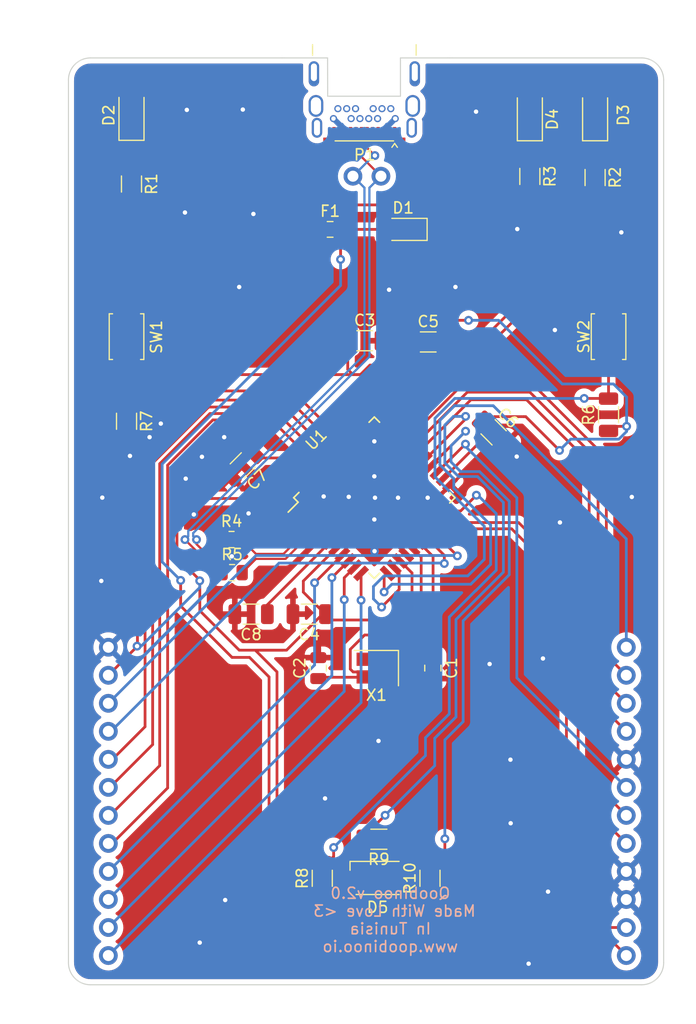
<source format=kicad_pcb>
(kicad_pcb (version 20211014) (generator pcbnew)
  (layers (0 "F.Cu" signal) (31 "B.Cu" signal) (34 "B.Paste" user) (35 "F.Paste" user) (36 "B.SilkS" user "B.Silkscreen") (37 "F.SilkS" user "F.Silkscreen") (38 "B.Mask" user) (39 "F.Mask" user) (44 "Edge.Cuts" user))
  (net 0 "")
  (net 1 "Net-(C1-Pad1)")
  (net 2 "GND")
  (net 3 "Net-(C2-Pad1)")
  (net 4 "VCC")
  (net 5 "Net-(C7-Pad1)")
  (net 6 "Net-(C8-Pad1)")
  (net 7 "/RAW")
  (net 8 "Net-(D2-Pad1)")
  (net 9 "/PC6")
  (net 10 "/PC7")
  (net 11 "Net-(D5-Pad1)")
  (net 12 "Net-(D5-Pad2)")
  (net 13 "Net-(D5-Pad3)")
  (net 14 "Net-(F1-Pad1)")
  (net 15 "/D+")
  (net 16 "/D-")
  (net 17 "/SCL")
  (net 18 "/SDA")
  (net 19 "/A3")
  (net 20 "/A2")
  (net 21 "/A1")
  (net 22 "/A0")
  (net 23 "/SS")
  (net 24 "/SCK")
  (net 25 "/MOSI")
  (net 26 "/MISO")
  (net 27 "/PB7")
  (net 28 "/PB6")
  (net 29 "/PB5")
  (net 30 "/PB4")
  (net 32 "/PD4")
  (net 33 "/RX")
  (net 34 "/TX")
  (net 35 "/PD-")
  (net 36 "/PD+")
  (net 37 "/RESET")
  (net 38 "/USER_B")
  (net 39 "/LED_R")
  (net 40 "/LED_G")
  (net 41 "/LED_B")
  (net 43 "Net-(D3-Pad1)")
  (net 44 "Net-(D4-Pad1)")
  (footprint "Button_Switch_SMD:SW_Push_SPST_NO_Alps_SKRK" (layer "F.Cu") (at 128.65 77.26 -90)
    (fp_text reference "SW1")
    (fp_text value "SW_Push")
  )
  (footprint "Capacitor_SMD:C_0805_2012Metric" (layer "F.Cu") (at 156.44 107.3 -90)
    (fp_text reference "C1")
    (fp_text value "22p")
  )
  (footprint "Capacitor_SMD:C_1206_3216Metric" (layer "F.Cu") (at 156.02 77.74)
    (fp_text reference "C5")
    (fp_text value "0u1")
  )
  (footprint "Capacitor_SMD:C_1206_3216Metric" (layer "F.Cu") (at 150.26 77.63)
    (fp_text reference "C3")
    (fp_text value "0u1")
  )
  (footprint "Resistor_SMD:R_1206_3216Metric" (layer "F.Cu") (at 151.5425 122.81 180)
    (fp_text reference "R9")
    (fp_text value "100")
  )
  (footprint "LED_SMD:LED_1206_3216Metric" (layer "F.Cu") (at 129.1 57.1825 90)
    (fp_text reference "D2")
    (fp_text value "Power_Led")
  )
  (footprint "Resistor_SMD:R_0805_2012Metric" (layer "F.Cu") (at 138.1775 95.65)
    (fp_text reference "R4")
    (fp_text value "22")
  )
  (footprint "Capacitor_SMD:C_1206_3216Metric" (layer "F.Cu") (at 161.951751 85.931751 -45)
    (fp_text reference "C6")
    (fp_text value "0u1")
  )
  (footprint "Pin:Pins_x12" (layer "F.Cu") (at 127 105.41)
    (fp_text reference "J3" hide)
    (fp_text value "Conn_01x12" hide)
  )
  (footprint "Resistor_SMD:R_1206_3216Metric" (layer "F.Cu") (at 165.24 62.74 -90)
    (fp_text reference "R3")
    (fp_text value "220")
  )
  (footprint "Button_Switch_SMD:SW_Push_SPST_NO_Alps_SKRK" (layer "F.Cu") (at 172.38 77.26 90)
    (fp_text reference "SW2")
    (fp_text value "SW_Push")
  )
  (footprint "Resistor_SMD:R_1206_3216Metric" (layer "F.Cu") (at 146.407522 126.35 90)
    (fp_text reference "R8")
    (fp_text value "180")
  )
  (footprint "Resistor_SMD:R_1206_3216Metric" (layer "F.Cu") (at 172.38 84.34 90)
    (fp_text reference "R6")
    (fp_text value "10K")
  )
  (footprint "Resistor_SMD:R_1206_3216Metric" (layer "F.Cu") (at 128.65 84.93 -90)
    (fp_text reference "R7")
    (fp_text value "10K")
  )
  (footprint "LED_SMD:LED_1206_3216Metric" (layer "F.Cu") (at 165.24 57.2225 90)
    (fp_text reference "D4")
    (fp_text value "Green_Led")
  )
  (footprint "Resistor_SMD:R_0805_2012Metric" (layer "F.Cu") (at 138.2275 98.65)
    (fp_text reference "R5")
    (fp_text value "22")
  )
  (footprint "Capacitor_SMD:C_1206_3216Metric" (layer "F.Cu") (at 139.95 102.41 180)
    (fp_text reference "C8")
    (fp_text value "1u")
  )
  (footprint "Resistor_SMD:R_1206_3216Metric" (layer "F.Cu") (at 156.18 126.35 90)
    (fp_text reference "R10")
    (fp_text value "100")
  )
  (footprint "Crystal:Crystal_SMD_SeikoEpson_FA238-4Pin_3.2x2.5mm" (layer "F.Cu") (at 151.32 107.3 180)
    (fp_text reference "X1")
    (fp_text value "16MHz")
  )
  (footprint "Resistor_SMD:R_1206_3216Metric" (layer "F.Cu") (at 171.16 62.84 -90)
    (fp_text reference "R2")
    (fp_text value "220")
  )
  (footprint "Capacitor_SMD:C_1206_3216Metric" (layer "F.Cu") (at 139.201751 88.928249 -135)
    (fp_text reference "C7")
    (fp_text value "0u1")
  )
  (footprint "Package_QFP:TQFP-44-1EP_10x10mm_P0.8mm_EP4.5x4.5mm" (layer "F.Cu") (at 151.13 91.85868 45)
    (fp_text reference "U1")
    (fp_text value "ATmega32U4-M")
  )
  (footprint "Pin:Pins_x12" (layer "F.Cu") (at 173.99 105.41)
    (fp_text reference "J4" hide)
    (fp_text value "Conn_01x12" hide)
  )
  (footprint "LED_SMD:LED_1206_3216Metric" (layer "F.Cu") (at 171.16 57.2225 90)
    (fp_text reference "D3")
    (fp_text value "Yellow_Led")
  )
  (footprint "Diode_SMD:D_PowerDI-123" (layer "F.Cu") (at 153.72 67.54 180)
    (fp_text reference "D1")
    (fp_text value "D_Schottky")
  )
  (footprint "Resistor_SMD:R_1206_3216Metric" (layer "F.Cu") (at 129.1 63.4275 -90)
    (fp_text reference "R1")
    (fp_text value "220")
  )
  (footprint "Connector_USB:USB_C_Receptacle_CNCTech_C-ARA1-AK51X" (layer "F.Cu") (at 150.225 55.3 180)
    (fp_text reference "P1")
    (fp_text value "USB_C_Plug_USB2.0")
  )
  (footprint "Capacitor_SMD:C_1206_3216Metric" (layer "F.Cu") (at 145.2225 102.41 180)
    (fp_text reference "C4")
    (fp_text value "0u1")
  )
  (footprint "Fuse:Fuse_0805_2012Metric" (layer "F.Cu") (at 147.12 67.54)
    (fp_text reference "F1")
    (fp_text value "500mA")
  )
  (footprint "Capacitor_SMD:C_0805_2012Metric" (layer "F.Cu") (at 146.05 107.3 90)
    (fp_text reference "C2")
    (fp_text value "22p")
  )
  (footprint "Pin:Pins_1x02" (layer "F.Cu") (at 149.19 62.72 90)
    (fp_text reference "J2" hide)
    (fp_text value "Conn_01x02_Female" hide)
  )
  (footprint "LED_SMD:LED_Avago_PLCC4_3.2x2.8mm_CW" (layer "F.Cu") (at 151.425044 126.32)
    (fp_text reference "D5")
    (fp_text value "LED_RGBK")
  )
  (gr_line (start 146.89 52) (end 146.8 52) (layer "Edge.Cuts") (width 0.1))
  (gr_arc (start 175.38 52) (mid 176.794214 52.585786) (end 177.38 54) (layer "Edge.Cuts") (width 0.1))
  (gr_arc (start 123.38 54) (mid 123.965786 52.585786) (end 125.38 52) (layer "Edge.Cuts") (width 0.1))
  (gr_line (start 153.5 55.47) (end 146.9 55.47) (layer "Edge.Cuts") (width 0.1))
  (gr_line (start 158 52) (end 175.38 52) (layer "Edge.Cuts") (width 0.1))
  (gr_arc (start 177.38 134) (mid 176.794214 135.414214) (end 175.38 136) (layer "Edge.Cuts") (width 0.1))
  (gr_line (start 146.9 55.47) (end 146.89 52) (layer "Edge.Cuts") (width 0.1))
  (gr_arc (start 125.38 136) (mid 123.965786 135.414214) (end 123.38 134) (layer "Edge.Cuts") (width 0.1))
  (gr_line (start 177.38 54) (end 177.38 134) (layer "Edge.Cuts") (width 0.1))
  (gr_line (start 123.38 54) (end 123.38 134) (layer "Edge.Cuts") (width 0.1))
  (gr_line (start 142.76 52) (end 146.8 52) (layer "Edge.Cuts") (width 0.1))
  (gr_line (start 142.76 52) (end 125.38 52) (layer "Edge.Cuts") (width 0.1))
  (gr_line (start 158 52) (end 153.5 52) (layer "Edge.Cuts") (width 0.1))
  (gr_line (start 153.5 55.47) (end 153.5 52) (layer "Edge.Cuts") (width 0.1))
  (gr_line (start 175.38 136) (end 125.38 136) (layer "Edge.Cuts") (width 0.1))
  (gr_text "Qoobinoo v2.0\nMade With Love <3 \nIn Tunisia\nwww.qoobinoo.io" (at 152.58 130.12) (layer "B.SilkS") (effects (font (size 1 1)) (justify mirror)))
  (segment (start 156.46 101.09) (end 156.46 97.18868) (width 0.25) (layer "F.Cu") (net 1))
  (segment (start 156.230001 106.35) (end 152.42 106.35) (width 0.25) (layer "F.Cu") (net 1))
  (segment (start 156.410001 106.53) (end 156.230001 106.35) (width 0.25) (layer "F.Cu") (net 1))
  (segment (start 156.46 97.18868) (end 155.160509 95.889189) (width 0.25) (layer "F.Cu") (net 1))
  (segment (start 152.42 105.13) (end 156.46 101.09) (width 0.25) (layer "F.Cu") (net 1))
  (segment (start 152.42 106.35) (end 152.42 105.13) (width 0.25) (layer "F.Cu") (net 1))
  (segment (start 151.19132 91.85868) (end 151.13 91.85868) (width 0.25) (layer "F.Cu") (net 2))
  (segment (start 156.36 64.14) (end 165.1775 64.14) (width 0.25) (layer "F.Cu") (net 2))
  (segment (start 146.533806 95.323503) (end 148.323655 93.533655) (width 0.25) (layer "F.Cu") (net 2))
  (segment (start 151.13 87.31) (end 151.13 87.52) (width 0.25) (layer "F.Cu") (net 2))
  (segment (start 151.13 94.121422) (end 151.13 93.83) (width 0.25) (layer "F.Cu") (net 2))
  (segment (start 152.975 59.04) (end 152.925 59.09) (width 0.25) (layer "F.Cu") (net 2))
  (segment (start 152.42 108.1) (end 151.53 108.1) (width 0.25) (layer "F.Cu") (net 2))
  (segment (start 156.786854 91.85868) (end 155.97132 91.85868) (width 0.25) (layer "F.Cu") (net 2))
  (segment (start 147.5 58.635) (end 147.5 59.095) (width 0.25) (layer "F.Cu") (net 2))
  (segment (start 149.38543 85.56543) (end 150.47 86.65) (width 0.25) (layer "F.Cu") (net 2))
  (segment (start 148.323655 93.533655) (end 149.998629 91.85868) (width 0.25) (layer "F.Cu") (net 2))
  (segment (start 149.362233 85.56543) (end 149.38543 85.56543) (width 0.25) (layer "F.Cu") (net 2))
  (segment (start 149.998629 91.85868) (end 151.13 91.85868) (width 0.25) (layer "F.Cu") (net 2))
  (segment (start 151.13 89.92) (end 151.13 91.85868) (width 0.25) (layer "F.Cu") (net 2))
  (segment (start 153.28132 91.85868) (end 151.19132 91.85868) (width 0.25) (layer "F.Cu") (net 2))
  (segment (start 151.13 86.75) (end 151.13 87.31) (width 0.25) (layer "F.Cu") (net 2))
  (segment (start 147.66 59.97) (end 146.6 61.03) (width 0.25) (layer "F.Cu") (net 2))
  (segment (start 154.029138 97.02056) (end 151.13 94.121422) (width 0.25) (layer "F.Cu") (net 2))
  (segment (start 151.33 107.9) (end 151.33 106.71) (width 0.25) (layer "F.Cu") (net 2))
  (segment (start 155.97132 91.85868) (end 153.28132 91.85868) (width 0.25) (layer "F.Cu") (net 2))
  (segment (start 152.332082 84.999744) (end 151.13 86.201826) (width 0.25) (layer "F.Cu") (net 2))
  (segment (start 150.47 86.65) (end 151.13 87.31) (width 0.25) (layer "F.Cu") (net 2))
  (segment (start 147.475 58.61) (end 147.5 58.635) (width 0.25) (layer "F.Cu") (net 2))
  (segment (start 152.975 58.61) (end 152.975 59.04) (width 0.25) (layer "F.Cu") (net 2))
  (segment (start 152.925 59.09) (end 152.925 60.705) (width 0.25) (layer "F.Cu") (net 2))
  (segment (start 144.880913 90.090913) (end 146.535 91.745) (width 0.25) (layer "F.Cu") (net 2))
  (segment (start 165.1775 64.14) (end 165.24 64.2025) (width 0.25) (layer "F.Cu") (net 2))
  (segment (start 151.13 87.52) (end 151.13 89.92) (width 0.25) (layer "F.Cu") (net 2))
  (segment (start 157.988936 90.656598) (end 156.786854 91.85868) (width 0.25) (layer "F.Cu") (net 2))
  (segment (start 147.5 59.095) (end 147.66 59.255) (width 0.25) (layer "F.Cu") (net 2))
  (segment (start 146.535 91.745) (end 148.323655 93.533655) (width 0.25) (layer "F.Cu") (net 2))
  (segment (start 151.53 108.1) (end 151.33 107.9) (width 0.25) (layer "F.Cu") (net 2))
  (segment (start 132.41 61.03) (end 129.1 64.34) (width 0.25) (layer "F.Cu") (net 2))
  (segment (start 147.66 59.255) (end 147.66 59.97) (width 0.25) (layer "F.Cu") (net 2))
  (segment (start 151.13 93.83) (end 151.13 91.85868) (width 0.25) (layer "F.Cu") (net 2))
  (segment (start 146.6 61.03) (end 132.41 61.03) (width 0.25) (layer "F.Cu") (net 2))
  (segment (start 151.33 106.71) (end 151.12 106.5) (width 0.25) (layer "F.Cu") (net 2))
  (segment (start 151.13 86.201826) (end 151.13 86.75) (width 0.25) (layer "F.Cu") (net 2))
  (segment (start 151.12 106.5) (end 150.22 106.5) (width 0.25) (layer "F.Cu") (net 2))
  (segment (start 144.83675 90.090913) (end 144.880913 90.090913) (width 0.25) (layer "F.Cu") (net 2))
  (segment (start 152.925 60.705) (end 156.36 64.14) (width 0.25) (layer "F.Cu") (net 2))
  (via (at 135.29 132.18) (size 0.8) (drill 0.4) (layers "F.Cu" "B.Cu") (net 2))
  (via (at 130.74 86.37) (size 0.8) (drill 0.4) (layers "F.Cu" "B.Cu") (net 2))
  (via (at 139.2 56.68) (size 0.8) (drill 0.4) (layers "F.Cu" "B.Cu") (net 2))
  (via (at 164.05 88.13) (size 0.8) (drill 0.4) (layers "F.Cu" "B.Cu") (net 2))
  (via (at 134.12 56.71) (size 0.8) (drill 0.4) (layers "F.Cu" "B.Cu") (net 2))
  (via (at 126.45 91.85) (size 0.8) (drill 0.4) (layers "F.Cu" "B.Cu") (net 2))
  (via (at 153.28132 91.85868) (size 0.8) (drill 0.4) (layers "F.Cu" "B.Cu") (net 2))
  (via (at 128.96 88.07) (size 0.8) (drill 0.4) (layers "F.Cu" "B.Cu") (net 2))
  (via (at 155.97132 91.85868) (size 0.8) (drill 0.4) (layers "F.Cu" "B.Cu") (net 2))
  (via (at 134.756278 93.376278) (size 0.8) (drill 0.4) (layers "F.Cu" "B.Cu") (net 2))
  (via (at 160.36 56.87) (size 0.8) (drill 0.4) (layers "F.Cu" "B.Cu") (net 2))
  (via (at 146.535 91.745) (size 0.8) (drill 0.4) (layers "F.Cu" "B.Cu") (net 2))
  (via (at 166.43 106.43) (size 0.8) (drill 0.4) (layers "F.Cu" "B.Cu") (net 2))
  (via (at 148.81 91.78) (size 0.8) (drill 0.4) (layers "F.Cu" "B.Cu") (net 2))
  (via (at 135.49 88.15) (size 0.8) (drill 0.4) (layers "F.Cu" "B.Cu") (net 2))
  (via (at 151.51 113.9) (size 0.8) (drill 0.4) (layers "F.Cu" "B.Cu") (net 2))
  (via (at 164.1 67.51) (size 0.8) (drill 0.4) (layers "F.Cu" "B.Cu") (net 2))
  (via (at 146.66 119.11) (size 0.8) (drill 0.4) (layers "F.Cu" "B.Cu") (net 2))
  (via (at 151.13 86.75) (size 0.8) (drill 0.4) (layers "F.Cu" "B.Cu") (net 2))
  (via (at 138.2 97.17) (size 0.8) (drill 0.4) (layers "F.Cu" "B.Cu") (net 2))
  (via (at 167.97 94.1) (size 0.8) (drill 0.4) (layers "F.Cu" "B.Cu") (net 2))
  (via (at 126.36 99.4) (size 0.8) (drill 0.4) (layers "F.Cu" "B.Cu") (net 2))
  (via (at 137.6 128.32) (size 0.8) (drill 0.4) (layers "F.Cu" "B.Cu") (net 2))
  (via (at 163.5 121.36) (size 0.8) (drill 0.4) (layers "F.Cu" "B.Cu") (net 2))
  (via (at 151.19132 91.85868) (size 0.8) (drill 0.4) (layers "F.Cu" "B.Cu") (net 2))
  (via (at 139.72 93.28) (size 0.8) (drill 0.4) (layers "F.Cu" "B.Cu") (net 2))
  (via (at 137.51 86.37) (size 0.8) (drill 0.4) (layers "F.Cu" "B.Cu") (net 2))
  (via (at 134.02 90.13) (size 0.8) (drill 0.4) (layers "F.Cu" "B.Cu") (net 2))
  (via (at 173.54 67.81) (size 0.8) (drill 0.4) (layers "F.Cu" "B.Cu") (net 2))
  (via (at 138.87 72.76) (size 0.8) (drill 0.4) (layers "F.Cu" "B.Cu") (net 2))
  (via (at 174.49 91.79) (size 0.8) (drill 0.4) (layers "F.Cu" "B.Cu") (net 2))
  (via (at 151.15 96.7) (size 0.8) (drill 0.4) (layers "F.Cu" "B.Cu") (net 2))
  (via (at 133.95 66.01) (size 0.8) (drill 0.4) (layers "F.Cu" "B.Cu") (net 2))
  (via (at 158.49 72.76) (size 0.8) (drill 0.4) (layers "F.Cu" "B.Cu") (net 2))
  (via (at 151.13 93.83) (size 0.8) (drill 0.4) (layers "F.Cu" "B.Cu") (net 2))
  (via (at 161.59 106.93) (size 0.8) (drill 0.4) (layers "F.Cu" "B.Cu") (net 2))
  (via (at 131.76 85.14) (size 0.8) (drill 0.4) (layers "F.Cu" "B.Cu") (net 2))
  (via (at 166.89 127.56) (size 0.8) (drill 0.4) (layers "F.Cu" "B.Cu") (net 2))
  (via (at 163.48 115.6) (size 0.8) (drill 0.4) (layers "F.Cu" "B.Cu") (net 2))
  (via (at 151.13 89.92) (size 0.8) (drill 0.4) (layers "F.Cu" "B.Cu") (net 2))
  (via (at 167.51 76.66) (size 0.8) (drill 0.4) (layers "F.Cu" "B.Cu") (net 2))
  (via (at 152.47 73.01) (size 0.8) (drill 0.4) (layers "F.Cu" "B.Cu") (net 2))
  (via (at 140.16 66.14) (size 0.8) (drill 0.4) (layers "F.Cu" "B.Cu") (net 2))
  (via (at 165.13 134.09) (size 0.8) (drill 0.4) (layers "F.Cu" "B.Cu") (net 2))
  (segment (start 150.25 108.13) (end 146.17 108.13) (width 0.25) (layer "F.Cu") (net 3))
  (segment (start 146.17 108.13) (end 146.05 108.25) (width 0.25) (layer "F.Cu") (net 3))
  (segment (start 149.21 107.65) (end 149.77 107.65) (width 0.25) (layer "F.Cu") (net 3))
  (segment (start 155.38 97.240051) (end 155.38 101.02) (width 0.25) (layer "F.Cu") (net 3))
  (segment (start 154.594823 96.454874) (end 155.38 97.240051) (width 0.25) (layer "F.Cu") (net 3))
  (segment (start 152.1 104.3) (end 150.25 104.3) (width 0.25) (layer "F.Cu") (net 3))
  (segment (start 148.95 105.6) (end 148.95 107.39) (width 0.25) (layer "F.Cu") (net 3))
  (segment (start 148.95 107.39) (end 149.21 107.65) (width 0.25) (layer "F.Cu") (net 3))
  (segment (start 149.77 107.65) (end 150.25 108.13) (width 0.25) (layer "F.Cu") (net 3))
  (segment (start 150.25 104.3) (end 148.95 105.6) (width 0.25) (layer "F.Cu") (net 3))
  (segment (start 155.38 101.02) (end 152.1 104.3) (width 0.25) (layer "F.Cu") (net 3))
  (segment (start 148.72 80.23) (end 148.72 77.695) (width 0.25) (layer "F.Cu") (net 4))
  (segment (start 129.64 105) (end 129.64 105.2755) (width 0.25) (layer "F.Cu") (net 4))
  (segment (start 155.07 77.74) (end 154.07 76.74) (width 0.25) (layer "F.Cu") (net 4))
  (segment (start 135.3 102.1) (end 135.3 99.33) (width 0.25) (layer "F.Cu") (net 4))
  (segment (start 164.87 84.51) (end 167.93 87.57) (width 0.25) (layer "F.Cu") (net 4))
  (segment (start 135.3 99.33) (end 133.225313 97.255313) (width 0.25) (layer "F.Cu") (net 4))
  (segment (start 149.927918 80.697918) (end 149.187918 80.697918) (width 0.25) (layer "F.Cu") (net 4))
  (segment (start 147.305044 129.69) (end 144.35 129.69) (width 0.25) (layer "F.Cu") (net 4))
  (segment (start 129.64 105.31) (end 129.64 105) (width 0.25) (layer "F.Cu") (net 4))
  (segment (start 129.98 75.16) (end 135.52 80.7) (width 0.25) (layer "F.Cu") (net 4))
  (segment (start 144.83675 93.626447) (end 143.383197 95.08) (width 0.25) (layer "F.Cu") (net 4))
  (segment (start 144.69 100.415) (end 144.69 99.41) (width 0.25) (layer "F.Cu") (net 4))
  (segment (start 140.408198 105.751802) (end 140.485 105.675) (width 0.25) (layer "F.Cu") (net 4))
  (segment (start 129.64 105) (end 129.64 90.51) (width 0.25) (layer "F.Cu") (net 4))
  (segment (start 147.215 102.94) (end 146.685 102.41) (width 0.25) (layer "F.Cu") (net 4))
  (segment (start 142.38 95.08) (end 141.33 94.03) (width 0.25) (layer "F.Cu") (net 4))
  (segment (start 126.4 59.07) (end 129.1 56.37) (width 0.25) (layer "F.Cu") (net 4))
  (segment (start 135.52 80.7) (end 149.925836 80.7) (width 0.25) (layer "F.Cu") (net 4))
  (segment (start 142.997662 91.93) (end 144.271064 90.656598) (width 0.25) (layer "F.Cu") (net 4))
  (segment (start 127 107.95) (end 129.64 105.31) (width 0.25) (layer "F.Cu") (net 4))
  (segment (start 146.685 102.41) (end 144.69 100.415) (width 0.25) (layer "F.Cu") (net 4))
  (segment (start 149.927918 84.999744) (end 149.927918 81.837918) (width 0.25) (layer "F.Cu") (net 4))
  (segment (start 152.57 102.94) (end 147.215 102.94) (width 0.25) (layer "F.Cu") (net 4))
  (segment (start 154.55 100.96) (end 152.57 102.94) (width 0.25) (layer "F.Cu") (net 4))
  (segment (start 149.927918 81.837918) (end 149.927918 80.697918) (width 0.25) (layer "F.Cu") (net 4))
  (segment (start 155.07 77.74) (end 157.03 75.78) (width 0.25) (layer "F.Cu") (net 4))
  (segment (start 153.463452 97.586245) (end 154.55 98.672793) (width 0.25) (layer "F.Cu") (net 4))
  (segment (start 157.42325 90.090913) (end 161.28 86.234163) (width 0.25) (layer "F.Cu") (net 4))
  (segment (start 147.645126 96.454874) (end 147.665177 96.454874) (width 0.25) (layer "F.Cu") (net 4))
  (segment (start 152.97 79.84) (end 150.73 79.84) (width 0.25) (layer "F.Cu") (net 4))
  (segment (start 141.33 91.93) (end 142.997662 91.93) (width 0.25) (layer "F.Cu") (net 4))
  (segment (start 138.875 105.675) (end 135.3 102.1) (width 0.25) (layer "F.Cu") (net 4))
  (segment (start 146.685 102.41) (end 146.43 102.41) (width 0.25) (layer "F.Cu") (net 4))
  (segment (start 128.65 75.16) (end 126.4 72.91) (width 0.25) (layer "F.Cu") (net 4))
  (segment (start 146.43 102.41) (end 143.165 105.675) (width 0.25) (layer "F.Cu") (net 4))
  (segment (start 129.64 105.2755) (end 129.6055 105.31) (width 0.25) (layer "F.Cu") (net 4))
  (segment (start 126.58 87.45) (end 126.58 77.23) (width 0.25) (layer "F.Cu") (net 4))
  (segment (start 149.925044 127.07) (end 147.305044 129.69) (width 0.25) (layer "F.Cu") (net 4))
  (segment (start 133.225313 93.014687) (end 134.31 91.93) (width 0.25) (layer "F.Cu") (net 4))
  (segment (start 154.55 98.672793) (end 154.55 100.96) (width 0.25) (layer "F.Cu") (net 4))
  (segment (start 142.815 105.675) (end 138.875 105.675) (width 0.25) (layer "F.Cu") (net 4))
  (segment (start 142.3 127.64) (end 142.3 107.643604) (width 0.25) (layer "F.Cu") (net 4))
  (segment (start 153.665044 130.81) (end 149.925044 127.07) (width 0.25) (layer "F.Cu") (net 4))
  (segment (start 126.4 72.91) (end 126.4 59.07) (width 0.25) (layer "F.Cu") (net 4))
  (segment (start 141.33 94.03) (end 141.33 91.93) (width 0.25) (layer "F.Cu") (net 4))
  (segment (start 150.73 79.84) (end 149.927918 80.642082) (width 0.25) (layer "F.Cu") (net 4))
  (segment (start 154.07 68.04) (end 154.57 67.54) (width 0.25) (layer "F.Cu") (net 4))
  (segment (start 129.64 90.51) (end 126.58 87.45) (width 0.25) (layer "F.Cu") (net 4))
  (segment (start 144.35 129.69) (end 142.3 127.64) (width 0.25) (layer "F.Cu") (net 4))
  (segment (start 143.165 105.675) (end 142.815 105.675) (width 0.25) (layer "F.Cu") (net 4))
  (segment (start 161.28 85.26) (end 162.03 84.51) (width 0.25) (layer "F.Cu") (net 4))
  (segment (start 144.69 99.41) (end 147.645126 96.454874) (width 0.25) (layer "F.Cu") (net 4))
  (segment (start 164.69 84.51) (end 164.87 84.51) (width 0.25) (layer "F.Cu") (net 4))
  (segment (start 149.925836 80.7) (end 149.927918 80.697918) (width 0.25) (layer "F.Cu") (net 4))
  (segment (start 134.31 91.93) (end 141.33 91.93) (width 0.25) (layer "F.Cu") (net 4))
  (segment (start 162.03 84.51) (end 164.69 84.51) (width 0.25) (layer "F.Cu") (net 4))
  (segment (start 161.28 86.234163) (end 161.28 85.26) (width 0.25) (layer "F.Cu") (net 4))
  (segment (start 142.3 107.643604) (end 140.408198 105.751802) (width 0.25) (layer "F.Cu") (net 4))
  (segment (start 143.383197 95.08) (end 142.38 95.08) (width 0.25) (layer "F.Cu") (net 4))
  (segment (start 126.58 77.23) (end 128.65 75.16) (width 0.25) (layer "F.Cu") (net 4))
  (segment (start 174.02 85.39) (end 172.5175 85.39) (width 0.25) (layer "F.Cu") (net 4))
  (segment (start 148.72 77.695) (end 148.785 77.63) (width 0.25) (layer "F.Cu") (net 4))
  (segment (start 173.99 130.81) (end 153.665044 130.81) (width 0.25) (layer "F.Cu") (net 4))
  (segment (start 154.07 76.74) (end 154.07 68.04) (width 0.25) (layer "F.Cu") (net 4))
  (segment (start 128.65 75.16) (end 129.98 75.16) (width 0.25) (layer "F.Cu") (net 4))
  (segment (start 155.07 77.74) (end 152.97 79.84) (width 0.25) (layer "F.Cu") (net 4))
  (segment (start 149.187918 80.697918) (end 148.72 80.23) (width 0.25) (layer "F.Cu") (net 4))
  (segment (start 133.225313 97.255313) (end 133.225313 93.014687) (width 0.25) (layer "F.Cu") (net 4))
  (segment (start 157.03 75.78) (end 159.68 75.78) (width 0.25) (layer "F.Cu") (net 4))
  (segment (start 149.927918 80.642082) (end 149.927918 81.837918) (width 0.25) (layer "F.Cu") (net 4))
  (segment (start 140.485 105.675) (end 142.815 105.675) (width 0.25) (layer "F.Cu") (net 4))
  (via (at 167.93 87.57) (size 0.8) (drill 0.4) (layers "F.Cu" "B.Cu") (net 4))
  (via (at 129.6055 105.31) (size 0.8) (drill 0.4) (layers "F.Cu" "B.Cu") (net 4))
  (via (at 159.68 75.78) (size 0.8) (drill 0.4) (layers "F.Cu" "B.Cu") (net 4))
  (via (at 174.02 85.39) (size 0.8) (drill 0.4) (layers "F.Cu" "B.Cu") (net 4))
  (via (at 135.29 99.39) (size 0.8) (drill 0.4) (layers "F.Cu" "B.Cu") (net 4))
  (segment (start 173.32 86.55) (end 174.02 85.85) (width 0.25) (layer "B.Cu") (net 4))
  (segment (start 129.98 105.31) (end 135.29 100) (width 0.25) (layer "B.Cu") (net 4))
  (segment (start 167.93 87.57) (end 168.95 86.55) (width 0.25) (layer "B.Cu") (net 4))
  (segment (start 168.18 81.55) (end 172.83 81.55) (width 0.25) (layer "B.Cu") (net 4))
  (segment (start 162.41 75.78) (end 168.18 81.55) (width 0.25) (layer "B.Cu") (net 4))
  (segment (start 159.68 75.78) (end 162.41 75.78) (width 0.25) (layer "B.Cu") (net 4))
  (segment (start 172.83 81.55) (end 174.02 82.74) (width 0.25) (layer "B.Cu") (net 4))
  (segment (start 174.02 85.85) (end 174.02 85.39) (width 0.25) (layer "B.Cu") (net 4))
  (segment (start 135.29 100) (end 135.29 99.39) (width 0.25) (layer "B.Cu") (net 4))
  (segment (start 168.95 86.55) (end 173.32 86.55) (width 0.25) (layer "B.Cu") (net 4))
  (segment (start 129.6055 105.31) (end 129.98 105.31) (width 0.25) (layer "B.Cu") (net 4))
  (segment (start 174.02 82.74) (end 174.02 85.39) (width 0.25) (layer "B.Cu") (net 4))
  (segment (start 140.615966 88.256498) (end 140.244734 87.885266) (width 0.25) (layer "F.Cu") (net 5))
  (segment (start 145.402435 89.525228) (end 144.133705 88.256498) (width 0.25) (layer "F.Cu") (net 5))
  (segment (start 144.133705 88.256498) (end 140.615966 88.256498) (width 0.25) (layer "F.Cu") (net 5))
  (segment (start 141.4125 101.57618) (end 147.099491 95.889189) (width 0.25) (layer "F.Cu") (net 6))
  (segment (start 141.4125 102.41) (end 141.4125 101.57618) (width 0.25) (layer "F.Cu") (net 6))
  (segment (start 133.56 99.35) (end 133.56 101.67) (width 0.25) (layer "F.Cu") (net 7))
  (segment (start 133.56 101.67) (end 138.22 106.33) (width 0.25) (layer "F.Cu") (net 7))
  (segment (start 172.33 131.69) (end 173.99 133.35) (width 0.25) (layer "F.Cu") (net 7))
  (segment (start 138.22 106.33) (end 139.81 106.33) (width 0.25) (layer "F.Cu") (net 7))
  (segment (start 148.07 70.26) (end 148.07 67.5525) (width 0.25) (layer "F.Cu") (net 7))
  (segment (start 148.0575 67.54) (end 152.195 67.54) (width 0.25) (layer "F.Cu") (net 7))
  (segment (start 139.81 106.33) (end 141.58 108.1) (width 0.25) (layer "F.Cu") (net 7))
  (segment (start 141.58 128.06) (end 145.21 131.69) (width 0.25) (layer "F.Cu") (net 7))
  (segment (start 145.21 131.69) (end 172.33 131.69) (width 0.25) (layer "F.Cu") (net 7))
  (segment (start 148.07 67.5525) (end 148.0575 67.54) (width 0.25) (layer "F.Cu") (net 7))
  (segment (start 141.58 108.1) (end 141.58 128.06) (width 0.25) (layer "F.Cu") (net 7))
  (via (at 133.56 99.35) (size 0.8) (drill 0.4) (layers "F.Cu" "B.Cu") (net 7))
  (via (at 148.07 70.26) (size 0.8) (drill 0.4) (layers "F.Cu" "B.Cu") (net 7))
  (segment (start 148.07 72.62) (end 148.07 70.26) (width 0.25) (layer "B.Cu") (net 7))
  (segment (start 131.88 97.67) (end 131.88 88.81) (width 0.25) (layer "B.Cu") (net 7))
  (segment (start 131.88 88.81) (end 148.07 72.62) (width 0.25) (layer "B.Cu") (net 7))
  (segment (start 133.56 99.35) (end 131.88 97.67) (width 0.25) (layer "B.Cu") (net 7))
  (segment (start 129.1 62.515) (end 129.1 59.17) (width 0.25) (layer "F.Cu") (net 8))
  (segment (start 153.463452 86.131115) (end 168.48 71.114567) (width 0.25) (layer "F.Cu") (net 9))
  (segment (start 168.48 71.114567) (end 168.48 58.3) (width 0.25) (layer "F.Cu") (net 9))
  (segment (start 170.9575 55.8225) (end 171.16 55.8225) (width 0.25) (layer "F.Cu") (net 9))
  (segment (start 168.48 58.3) (end 170.9575 55.8225) (width 0.25) (layer "F.Cu") (net 9))
  (segment (start 167.8 58.26) (end 165.24 55.7) (width 0.25) (layer "F.Cu") (net 10))
  (segment (start 152.897767 85.56543) (end 167.8 70.663197) (width 0.25) (layer "F.Cu") (net 10))
  (segment (start 165.24 55.7) (end 165.24 55.6825) (width 0.25) (layer "F.Cu") (net 10))
  (segment (start 167.8 70.663197) (end 167.8 58.26) (width 0.25) (layer "F.Cu") (net 10))
  (segment (start 146.407522 127.2325) (end 148.070022 125.57) (width 0.25) (layer "F.Cu") (net 11))
  (segment (start 148.070022 125.57) (end 149.925044 125.57) (width 0.25) (layer "F.Cu") (net 11))
  (segment (start 153.17 125.325044) (end 153.17 123.525) (width 0.25) (layer "F.Cu") (net 12))
  (segment (start 153.17 123.525) (end 152.455 122.81) (width 0.25) (layer "F.Cu") (net 12))
  (segment (start 152.925044 125.57) (end 153.17 125.325044) (width 0.25) (layer "F.Cu") (net 12))
  (segment (start 155.985 127.07) (end 152.925044 127.07) (width 0.25) (layer "F.Cu") (net 13))
  (segment (start 156.18 127.265) (end 155.985 127.07) (width 0.25) (layer "F.Cu") (net 13))
  (segment (start 152.37 60.94) (end 152.37 60.06) (width 0.25) (layer "F.Cu") (net 14))
  (segment (start 148.975 59.915) (end 146.1825 62.7075) (width 0.25) (layer "F.Cu") (net 14))
  (segment (start 146.1825 66.2875) (end 146.1825 67.54) (width 0.25) (layer "F.Cu") (net 14))
  (segment (start 146.1825 67.54) (end 148.4025 65.32) (width 0.25) (layer "F.Cu") (net 14))
  (segment (start 153.06 65.32) (end 153.78 64.6) (width 0.25) (layer "F.Cu") (net 14))
  (segment (start 148.975 58.61) (end 148.975 59.915) (width 0.25) (layer "F.Cu") (net 14))
  (segment (start 153.78 64.6) (end 153.78 62.35) (width 0.25) (layer "F.Cu") (net 14))
  (segment (start 151.475 59.165) (end 151.475 58.61) (width 0.25) (layer "F.Cu") (net 14))
  (segment (start 148.4025 65.32) (end 153.06 65.32) (width 0.25) (layer "F.Cu") (net 14))
  (segment (start 152.37 60.06) (end 151.475 59.165) (width 0.25) (layer "F.Cu") (net 14))
  (segment (start 146.1825 62.7075) (end 146.1825 67.54) (width 0.25) (layer "F.Cu") (net 14))
  (segment (start 153.78 62.35) (end 152.37 60.94) (width 0.25) (layer "F.Cu") (net 14))
  (segment (start 151.17 60.85) (end 150.475 60.155) (width 0.2) (layer "F.Cu") (net 15))
  (segment (start 150.475 60.155) (end 150.475 58.61) (width 0.2) (layer "F.Cu") (net 15))
  (segment (start 137.315 98.65) (end 136.015001 97.350001) (width 0.2) (layer "F.Cu") (net 15))
  (segment (start 135.646233 97.350001) (end 133.950313 95.654081) (width 0.2) (layer "F.Cu") (net 15))
  (segment (start 151.18 60.85) (end 151.17 60.85) (width 0.2) (layer "F.Cu") (net 15))
  (segment (start 136.015001 97.350001) (end 135.646233 97.350001) (width 0.2) (layer "F.Cu") (net 15))
  (via (at 151.18 60.85) (size 0.8) (drill 0.4) (layers "F.Cu" "B.Cu") (net 15))
  (via (at 133.950313 95.654081) (size 0.8) (drill 0.4) (layers "F.Cu" "B.Cu") (net 15))
  (segment (start 149.19 62.72) (end 150.234999 63.764999) (width 0.2) (layer "B.Cu") (net 15))
  (segment (start 150.234999 63.764999) (end 150.234999 78.886801) (width 0.2) (layer "B.Cu") (net 15))
  (segment (start 150.234999 78.886801) (end 134.250312 94.871488) (width 0.2) (layer "B.Cu") (net 15))
  (segment (start 149.19 62.72) (end 151.06 60.85) (width 0.2) (layer "B.Cu") (net 15))
  (segment (start 151.06 60.85) (end 151.18 60.85) (width 0.2) (layer "B.Cu") (net 15))
  (segment (start 134.250312 95.354082) (end 133.950313 95.654081) (width 0.2) (layer "B.Cu") (net 15))
  (segment (start 134.250312 94.871488) (end 134.250312 95.354082) (width 0.2) (layer "B.Cu") (net 15))
  (segment (start 149.975 60.965) (end 149.975 58.61) (width 0.2) (layer "F.Cu") (net 16))
  (segment (start 135.000313 96.067684) (end 135.000313 95.654081) (width 0.2) (layer "F.Cu") (net 16))
  (segment (start 151.73 62.72) (end 149.975 60.965) (width 0.2) (layer "F.Cu") (net 16))
  (segment (start 136.015001 96.899999) (end 135.832628 96.899999) (width 0.2) (layer "F.Cu") (net 16))
  (segment (start 137.265 95.65) (end 136.015001 96.899999) (width 0.2) (layer "F.Cu") (net 16))
  (segment (start 135.832628 96.899999) (end 135.000313 96.067684) (width 0.2) (layer "F.Cu") (net 16))
  (via (at 135.000313 95.654081) (size 0.8) (drill 0.4) (layers "F.Cu" "B.Cu") (net 16))
  (segment (start 134.700314 95.057886) (end 134.700314 95.354082) (width 0.2) (layer "B.Cu") (net 16))
  (segment (start 134.700314 95.354082) (end 135.000313 95.654081) (width 0.2) (layer "B.Cu") (net 16))
  (segment (start 150.685001 63.764999) (end 150.685001 79.073199) (width 0.2) (layer "B.Cu") (net 16))
  (segment (start 151.73 62.72) (end 150.685001 63.764999) (width 0.2) (layer "B.Cu") (net 16))
  (segment (start 150.685001 79.073199) (end 134.700314 95.057886) (width 0.2) (layer "B.Cu") (net 16))
  (segment (start 156.29188 94.76188) (end 158.66 97.13) (width 0.25) (layer "F.Cu") (net 17))
  (segment (start 156.29188 94.757818) (end 156.29188 94.76188) (width 0.25) (layer "F.Cu") (net 17))
  (via (at 158.66 97.13) (size 0.8) (drill 0.4) (layers "F.Cu" "B.Cu") (net 17))
  (segment (start 140.395 97.095) (end 158.625 97.095) (width 0.25) (layer "B.Cu") (net 17))
  (segment (start 158.625 97.095) (end 158.66 97.13) (width 0.25) (layer "B.Cu") (net 17))
  (segment (start 127 110.49) (end 140.395 97.095) (width 0.25) (layer "B.Cu") (net 17))
  (segment (start 155.726194 95.323503) (end 157.48 97.077309) (width 0.25) (layer "F.Cu") (net 18))
  (segment (start 157.48 97.077309) (end 157.48 97.82) (width 0.25) (layer "F.Cu") (net 18))
  (via (at 157.48 97.82) (size 0.8) (drill 0.4) (layers "F.Cu" "B.Cu") (net 18))
  (segment (start 127.24 113.03) (end 142.49 97.78) (width 0.25) (layer "B.Cu") (net 18))
  (segment (start 127 113.03) (end 127.24 113.03) (width 0.25) (layer "B.Cu") (net 18))
  (segment (start 142.49 97.78) (end 157.44 97.78) (width 0.25) (layer "B.Cu") (net 18))
  (segment (start 157.44 97.78) (end 157.48 97.82) (width 0.25) (layer "B.Cu") (net 18))
  (segment (start 146.54 86.13) (end 146.54 86.137309) (width 0.25) (layer "F.Cu") (net 19))
  (segment (start 135.99 83.01) (end 143.42 83.01) (width 0.25) (layer "F.Cu") (net 19))
  (segment (start 127.37 115.57) (end 130.33 112.61) (width 0.25) (layer "F.Cu") (net 19))
  (segment (start 127 115.57) (end 127.37 115.57) (width 0.25) (layer "F.Cu") (net 19))
  (segment (start 146.54 86.137309) (end 147.665177 87.262486) (width 0.25) (layer "F.Cu") (net 19))
  (segment (start 130.33 112.61) (end 130.33 88.67) (width 0.25) (layer "F.Cu") (net 19))
  (segment (start 130.33 88.67) (end 135.99 83.01) (width 0.25) (layer "F.Cu") (net 19))
  (segment (start 143.42 83.01) (end 146.54 86.13) (width 0.25) (layer "F.Cu") (net 19))
  (segment (start 131.02 114.23) (end 131.02 88.72) (width 0.25) (layer "F.Cu") (net 20))
  (segment (start 127.14 118.11) (end 131.02 114.23) (width 0.25) (layer "F.Cu") (net 20))
  (segment (start 131.02 88.72) (end 136.1 83.64) (width 0.25) (layer "F.Cu") (net 20))
  (segment (start 142.91132 83.64) (end 147.099491 87.828171) (width 0.25) (layer "F.Cu") (net 20))
  (segment (start 136.1 83.64) (end 142.91132 83.64) (width 0.25) (layer "F.Cu") (net 20))
  (segment (start 127 118.11) (end 127.14 118.11) (width 0.25) (layer "F.Cu") (net 20))
  (segment (start 127 120.65) (end 127.15 120.65) (width 0.25) (layer "F.Cu") (net 21))
  (segment (start 127.15 120.65) (end 131.66 116.14) (width 0.25) (layer "F.Cu") (net 21))
  (segment (start 131.66 116.14) (end 131.66 88.78) (width 0.25) (layer "F.Cu") (net 21))
  (segment (start 142.369949 84.23) (end 146.533806 88.393857) (width 0.25) (layer "F.Cu") (net 21))
  (segment (start 136.21 84.23) (end 142.369949 84.23) (width 0.25) (layer "F.Cu") (net 21))
  (segment (start 131.66 88.78) (end 136.21 84.23) (width 0.25) (layer "F.Cu") (net 21))
  (segment (start 127.35 123.19) (end 127 123.19) (width 0.25) (layer "F.Cu") (net 22))
  (segment (start 132.38 88.91) (end 132.38 118.16) (width 0.25) (layer "F.Cu") (net 22))
  (segment (start 145.96812 88.959542) (end 141.818578 84.81) (width 0.25) (layer "F.Cu") (net 22))
  (segment (start 136.48 84.81) (end 132.38 88.91) (width 0.25) (layer "F.Cu") (net 22))
  (segment (start 132.38 118.16) (end 127.35 123.19) (width 0.25) (layer "F.Cu") (net 22))
  (segment (start 141.818578 84.81) (end 136.48 84.81) (width 0.25) (layer "F.Cu") (net 22))
  (segment (start 148.230862 97.049138) (end 145.71 99.57) (width 0.25) (layer "F.Cu") (net 23))
  (segment (start 148.230862 97.02056) (end 148.230862 97.049138) (width 0.25) (layer "F.Cu") (net 23))
  (via (at 145.71 99.57) (size 0.8) (drill 0.4) (layers "F.Cu" "B.Cu") (net 23))
  (segment (start 127 125.73) (end 145.71 107.02) (width 0.25) (layer "B.Cu") (net 23))
  (segment (start 145.71 107.02) (end 145.71 99.57) (width 0.25) (layer "B.Cu") (net 23))
  (segment (start 148.793755 97.586245) (end 147.28 99.1) (width 0.25) (layer "F.Cu") (net 24))
  (segment (start 148.796548 97.586245) (end 148.793755 97.586245) (width 0.25) (layer "F.Cu") (net 24))
  (via (at 147.28 99.1) (size 0.8) (drill 0.4) (layers "F.Cu" "B.Cu") (net 24))
  (segment (start 127 128.27) (end 147.28 107.99) (width 0.25) (layer "B.Cu") (net 24))
  (segment (start 147.28 107.99) (end 147.28 99.1) (width 0.25) (layer "B.Cu") (net 24))
  (segment (start 148.4 99.114163) (end 148.4 101.1) (width 0.25) (layer "F.Cu") (net 25))
  (segment (start 149.362233 98.15193) (end 148.4 99.114163) (width 0.25) (layer "F.Cu") (net 25))
  (via (at 148.4 101.1) (size 0.8) (drill 0.4) (layers "F.Cu" "B.Cu") (net 25))
  (segment (start 127 130.81) (end 148.4 109.41) (width 0.25) (layer "B.Cu") (net 25))
  (segment (start 148.4 109.41) (end 148.4 101.1) (width 0.25) (layer "B.Cu") (net 25))
  (segment (start 149.927918 98.717616) (end 149.927918 101.147918) (width 0.25) (layer "F.Cu") (net 26))
  (via (at 149.927918 101.147918) (size 0.8) (drill 0.4) (layers "F.Cu" "B.Cu") (net 26))
  (segment (start 149.927918 110.422082) (end 149.927918 101.147918) (width 0.25) (layer "B.Cu") (net 26))
  (segment (start 127 133.35) (end 149.927918 110.422082) (width 0.25) (layer "B.Cu") (net 26))
  (segment (start 152.02 100.4) (end 152.02 99.029698) (width 0.25) (layer "F.Cu") (net 27))
  (segment (start 152.02 99.029698) (end 152.332082 98.717616) (width 0.25) (layer "F.Cu") (net 27))
  (via (at 152.02 100.4) (size 0.8) (drill 0.4) (layers "F.Cu" "B.Cu") (net 27))
  (segment (start 157.08 84.85) (end 158.41 83.52) (width 0.25) (layer "B.Cu") (net 27))
  (segment (start 159.88 99.7) (end 161.68 97.9) (width 0.25) (layer "B.Cu") (net 27))
  (segment (start 158.34 90.99) (end 158.34 90.142792) (width 0.25) (layer "B.Cu") (net 27))
  (segment (start 158.41 83.52) (end 161.92 83.52) (width 0.25) (layer "B.Cu") (net 27))
  (segment (start 161.68 94.33) (end 158.34 90.99) (width 0.25) (layer "B.Cu") (net 27))
  (segment (start 173.99 95.59) (end 173.99 105.41) (width 0.25) (layer "B.Cu") (net 27))
  (segment (start 152.72 99.7) (end 159.88 99.7) (width 0.25) (layer "B.Cu") (net 27))
  (segment (start 161.68 97.9) (end 161.68 94.33) (width 0.25) (layer "B.Cu") (net 27))
  (segment (start 158.34 90.142792) (end 157.08 88.882792) (width 0.25) (layer "B.Cu") (net 27))
  (segment (start 152.02 100.4) (end 152.72 99.7) (width 0.25) (layer "B.Cu") (net 27))
  (segment (start 157.08 88.882792) (end 157.08 84.85) (width 0.25) (layer "B.Cu") (net 27))
  (segment (start 161.92 83.52) (end 173.99 95.59) (width 0.25) (layer "B.Cu") (net 27))
  (segment (start 172.18 88.25) (end 172.18 106.14) (width 0.25) (layer "F.Cu") (net 28))
  (segment (start 159.175938 81.55) (end 165.48 81.55) (width 0.25) (layer "F.Cu") (net 28))
  (segment (start 165.48 81.55) (end 172.18 88.25) (width 0.25) (layer "F.Cu") (net 28))
  (segment (start 154.029138 86.6968) (end 159.175938 81.55) (width 0.25) (layer "F.Cu") (net 28))
  (segment (start 172.18 106.14) (end 173.99 107.95) (width 0.25) (layer "F.Cu") (net 28))
  (segment (start 171.43 88.48) (end 165.24 82.29) (width 0.25) (layer "F.Cu") (net 29))
  (segment (start 171.43 107.93) (end 171.43 88.48) (width 0.25) (layer "F.Cu") (net 29))
  (segment (start 165.24 82.29) (end 159.567309 82.29) (width 0.25) (layer "F.Cu") (net 29))
  (segment (start 159.567309 82.29) (end 154.594823 87.262486) (width 0.25) (layer "F.Cu") (net 29))
  (segment (start 173.99 110.49) (end 171.43 107.93) (width 0.25) (layer "F.Cu") (net 29))
  (segment (start 173.99 113.03) (end 170.62 109.66) (width 0.25) (layer "F.Cu") (net 30))
  (segment (start 170.62 88.66) (end 164.94 82.98) (width 0.25) (layer "F.Cu") (net 30))
  (segment (start 164.94 82.98) (end 159.891334 82.98) (width 0.25) (layer "F.Cu") (net 30))
  (segment (start 159.891334 82.98) (end 155.160509 87.710825) (width 0.25) (layer "F.Cu") (net 30))
  (segment (start 170.62 109.66) (end 170.62 88.66) (width 0.25) (layer "F.Cu") (net 30))
  (segment (start 155.160509 87.710825) (end 155.160509 87.828171) (width 0.25) (layer "F.Cu") (net 30))
  (segment (start 159.382793 87) (end 156.857565 89.525228) (width 0.25) (layer "F.Cu") (net 32))
  (segment (start 159.4 87) (end 159.382793 87) (width 0.25) (layer "F.Cu") (net 32))
  (via (at 159.4 87) (size 0.8) (drill 0.4) (layers "F.Cu" "B.Cu") (net 32))
  (segment (start 164.06 91.87) (end 159.4 87.21) (width 0.25) (layer "B.Cu") (net 32))
  (segment (start 164.06 108.18) (end 164.06 91.87) (width 0.25) (layer "B.Cu") (net 32))
  (segment (start 159.4 87.21) (end 159.4 87) (width 0.25) (layer "B.Cu") (net 32))
  (segment (start 173.99 118.11) (end 164.06 108.18) (width 0.25) (layer "B.Cu") (net 32))
  (segment (start 168.56 99.65) (end 163.586231 94.676231) (width 0.25) (layer "F.Cu") (net 33))
  (segment (start 157.341664 94.676231) (end 156.857565 94.192132) (width 0.25) (layer "F.Cu") (net 33))
  (segment (start 168.56 117.76) (end 168.56 99.65) (width 0.25) (layer "F.Cu") (net 33))
  (segment (start 163.586231 94.676231) (end 157.341664 94.676231) (width 0.25) (layer "F.Cu") (net 33))
  (segment (start 173.99 123.19) (end 168.56 117.76) (width 0.25) (layer "F.Cu") (net 33))
  (segment (start 157.907349 94.110546) (end 157.42325 93.626447) (width 0.25) (layer "F.Cu") (net 34))
  (segment (start 169.62 116.28) (end 169.62 99.51) (width 0.25) (layer "F.Cu") (net 34))
  (segment (start 164.220546 94.110546) (end 157.907349 94.110546) (width 0.25) (layer "F.Cu") (net 34))
  (segment (start 169.62 99.51) (end 164.220546 94.110546) (width 0.25) (layer "F.Cu") (net 34))
  (segment (start 173.99 120.65) (end 169.62 116.28) (width 0.25) (layer "F.Cu") (net 34))
  (segment (start 145.402435 94.192132) (end 145.402435 94.439619) (width 0.2) (layer "F.Cu") (net 35))
  (segment (start 142.892055 96.949999) (end 145.402435 94.439619) (width 0.2) (layer "F.Cu") (net 35))
  (segment (start 139.09 95.65) (end 140.389999 96.949999) (width 0.2) (layer "F.Cu") (net 35))
  (segment (start 140.389999 96.949999) (end 142.892055 96.949999) (width 0.2) (layer "F.Cu") (net 35))
  (segment (start 145.96812 94.757818) (end 145.720634 94.757818) (width 0.2) (layer "F.Cu") (net 36))
  (segment (start 139.14 98.65) (end 140.389999 97.400001) (width 0.2) (layer "F.Cu") (net 36))
  (segment (start 140.389999 97.400001) (end 143.078451 97.400001) (width 0.2) (layer "F.Cu") (net 36))
  (segment (start 143.078451 97.400001) (end 145.720634 94.757818) (width 0.2) (layer "F.Cu") (net 36))
  (segment (start 152.897767 98.15193) (end 153.381866 98.636029) (width 0.25) (layer "F.Cu") (net 37))
  (segment (start 153.381866 100.178134) (end 151.79 101.77) (width 0.25) (layer "F.Cu") (net 37))
  (segment (start 153.381866 98.636029) (end 153.381866 100.178134) (width 0.25) (layer "F.Cu") (net 37))
  (segment (start 172.38 79.36) (end 172.38 82.8775) (width 0.25) (layer "F.Cu") (net 37))
  (segment (start 170.17 82.86) (end 171.8125 82.86) (width 0.25) (layer "F.Cu") (net 37))
  (via (at 151.79 101.77) (size 0.8) (drill 0.4) (layers "F.Cu" "B.Cu") (net 37))
  (via (at 170.17 82.86) (size 0.8) (drill 0.4) (layers "F.Cu" "B.Cu") (net 37))
  (segment (start 156.63 84.663604) (end 158.433604 82.86) (width 0.25) (layer "B.Cu") (net 37))
  (segment (start 151.05 101.03) (end 151.05 99.9) (width 0.25) (layer "B.Cu") (net 37))
  (segment (start 161.11 94.446396) (end 156.63 89.966396) (width 0.25) (layer "B.Cu") (net 37))
  (segment (start 158.433604 82.86) (end 170.17 82.86) (width 0.25) (layer "B.Cu") (net 37))
  (segment (start 152.01 98.94) (end 159.61 98.94) (width 0.25) (layer "B.Cu") (net 37))
  (segment (start 156.63 89.966396) (end 156.63 84.663604) (width 0.25) (layer "B.Cu") (net 37))
  (segment (start 161.11 97.44) (end 161.11 94.446396) (width 0.25) (layer "B.Cu") (net 37))
  (segment (start 151.05 99.9) (end 152.01 98.94) (width 0.25) (layer "B.Cu") (net 37))
  (segment (start 151.79 101.77) (end 151.05 101.03) (width 0.25) (layer "B.Cu") (net 37))
  (segment (start 159.61 98.94) (end 161.11 97.44) (width 0.25) (layer "B.Cu") (net 37))
  (segment (start 133.6925 84.0175) (end 135.53 82.18) (width 0.25) (layer "F.Cu") (net 38))
  (segment (start 128.65 84.0175) (end 128.65 79.36) (width 0.25) (layer "F.Cu") (net 38))
  (segment (start 143.714062 82.18) (end 148.230862 86.6968) (width 0.25) (layer "F.Cu") (net 38))
  (segment (start 135.53 82.18) (end 143.714062 82.18) (width 0.25) (layer "F.Cu") (net 38))
  (segment (start 128.65 84.0175) (end 133.6925 84.0175) (width 0.25) (layer "F.Cu") (net 38))
  (segment (start 158.959238 93.060762) (end 157.988936 93.060762) (width 0.25) (layer "F.Cu") (net 39))
  (segment (start 160.39 91.63) (end 158.959238 93.060762) (width 0.25) (layer "F.Cu") (net 39))
  (segment (start 147.44 124.375022) (end 146.407522 125.4075) (width 0.25) (layer "F.Cu") (net 39))
  (segment (start 147.44 123.56) (end 147.44 124.375022) (width 0.25) (layer "F.Cu") (net 39))
  (via (at 147.44 123.56) (size 0.8) (drill 0.4) (layers "F.Cu" "B.Cu") (net 39))
  (via (at 160.39 91.63) (size 0.8) (drill 0.4) (layers "F.Cu" "B.Cu") (net 39))
  (segment (start 160.39 91.63) (end 160.52 91.63) (width 0.25) (layer "B.Cu") (net 39))
  (segment (start 157.93 102.67) (end 157.93 111.45) (width 0.25) (layer "B.Cu") (net 39))
  (segment (start 162.19 98.43) (end 160.33 100.29) (width 0.25) (layer "B.Cu") (net 39))
  (segment (start 155.77 113.61) (end 155.77 115.23) (width 0.25) (layer "B.Cu") (net 39))
  (segment (start 157.93 111.45) (end 155.77 113.61) (width 0.25) (layer "B.Cu") (net 39))
  (segment (start 162.19 93.3) (end 162.19 98.43) (width 0.25) (layer "B.Cu") (net 39))
  (segment (start 160.52 91.63) (end 162.19 93.3) (width 0.25) (layer "B.Cu") (net 39))
  (segment (start 155.77 115.23) (end 147.44 123.56) (width 0.25) (layer "B.Cu") (net 39))
  (segment (start 160.33 100.29) (end 160.31 100.29) (width 0.25) (layer "B.Cu") (net 39))
  (segment (start 160.31 100.29) (end 157.93 102.67) (width 0.25) (layer "B.Cu") (net 39))
  (segment (start 150.63 122.12) (end 152.11 120.64) (width 0.25) (layer "F.Cu") (net 40))
  (segment (start 155.736143 88.393857) (end 155.726194 88.393857) (width 0.25) (layer "F.Cu") (net 40))
  (segment (start 159.526639 84.603361) (end 155.736143 88.393857) (width 0.25) (layer "F.Cu") (net 40))
  (segment (start 150.63 122.81) (end 150.63 122.12) (width 0.25) (layer "F.Cu") (net 40))
  (segment (start 159.526639 84.486639) (end 159.526639 84.603361) (width 0.25) (layer "F.Cu") (net 40))
  (via (at 152.11 120.64) (size 0.8) (drill 0.4) (layers "F.Cu" "B.Cu") (net 40))
  (via (at 159.41 84.486639) (size 0.8) (drill 0.4) (layers "F.Cu" "B.Cu") (net 40))
  (segment (start 162.84 98.6) (end 158.54 102.9) (width 0.25) (layer "B.Cu") (net 40))
  (segment (start 159.526639 84.486639) (end 158.313361 84.486639) (width 0.25) (layer "B.Cu") (net 40))
  (segment (start 158.313361 84.486639) (end 157.53 85.27) (width 0.25) (layer "B.Cu") (net 40))
  (segment (start 156.61 116.14) (end 152.11 120.64) (width 0.25) (layer "B.Cu") (net 40))
  (segment (start 157.53 85.27) (end 157.53 88.696396) (width 0.25) (layer "B.Cu") (net 40))
  (segment (start 158.54 102.9) (end 158.54 111.73) (width 0.25) (layer "B.Cu") (net 40))
  (segment (start 157.53 88.696396) (end 158.773604 89.94) (width 0.25) (layer "B.Cu") (net 40))
  (segment (start 158.54 111.73) (end 156.61 113.66) (width 0.25) (layer "B.Cu") (net 40))
  (segment (start 156.61 113.66) (end 156.61 116.14) (width 0.25) (layer "B.Cu") (net 40))
  (segment (start 160.493604 89.94) (end 162.84 92.286396) (width 0.25) (layer "B.Cu") (net 40))
  (segment (start 162.84 92.286396) (end 162.84 98.6) (width 0.25) (layer "B.Cu") (net 40))
  (segment (start 158.773604 89.94) (end 160.493604 89.94) (width 0.25) (layer "B.Cu") (net 40))
  (segment (start 157.53 124.09) (end 157.53 122.77) (width 0.25) (layer "F.Cu") (net 41))
  (segment (start 156.29188 88.959542) (end 156.29188 88.94812) (width 0.25) (layer "F.Cu") (net 41))
  (segment (start 156.29188 88.94812) (end 159.41 85.83) (width 0.25) (layer "F.Cu") (net 41))
  (segment (start 156.18 125.44) (end 157.53 124.09) (width 0.25) (layer "F.Cu") (net 41))
  (via (at 157.53 122.77) (size 0.8) (drill 0.4) (layers "F.Cu" "B.Cu") (net 41))
  (via (at 159.41 85.83) (size 0.8) (drill 0.4) (layers "F.Cu" "B.Cu") (net 41))
  (segment (start 160.05 102.15) (end 159.19 103.01) (width 0.25) (layer "B.Cu") (net 41))
  (segment (start 158.96 89.49) (end 160.68 89.49) (width 0.25) (layer "B.Cu") (net 41))
  (segment (start 158.09 88.62) (end 158.96 89.49) (width 0.25) (layer "B.Cu") (net 41))
  (segment (start 157.53 122.77) (end 157.53 113.81) (width 0.25) (layer "B.Cu") (net 41))
  (segment (start 159.41 85.83) (end 158.09 87.15) (width 0.25) (layer "B.Cu") (net 41))
  (segment (start 158.09 87.15) (end 158.09 88.62) (width 0.25) (layer "B.Cu") (net 41))
  (segment (start 159.19 103.01) (end 159.19 112.15) (width 0.25) (layer "B.Cu") (net 41))
  (segment (start 163.37 92.18) (end 163.37 98.84) (width 0.25) (layer "B.Cu") (net 41))
  (segment (start 160.68 89.49) (end 163.37 92.18) (width 0.25) (layer "B.Cu") (net 41))
  (segment (start 160.06 102.15) (end 160.05 102.15) (width 0.25) (layer "B.Cu") (net 41))
  (segment (start 157.53 113.81) (end 159.19 112.15) (width 0.25) (layer "B.Cu") (net 41))
  (segment (start 163.37 98.84) (end 160.06 102.15) (width 0.25) (layer "B.Cu") (net 41))
  (segment (start 171.16 61.3775) (end 171.16 58.6225) (width 0.25) (layer "F.Cu") (net 43))
  (segment (start 165.24 61.2775) (end 165.24 58.4825) (width 0.25) (layer "F.Cu") (net 44))
  (zone (net 2) (net_name "GND") (layers F&B.Cu) (connect_pads (clearance 0.508)) (min_thickness 0.254) (fill yes (thermal_gap 0.508) (thermal_bridge_width 0.508))
    (polygon (pts (xy 180.32 139.57) (xy 117.28 139.14) (xy 117.17 46.83) (xy 180.22 46.75)))
  )
)
</source>
